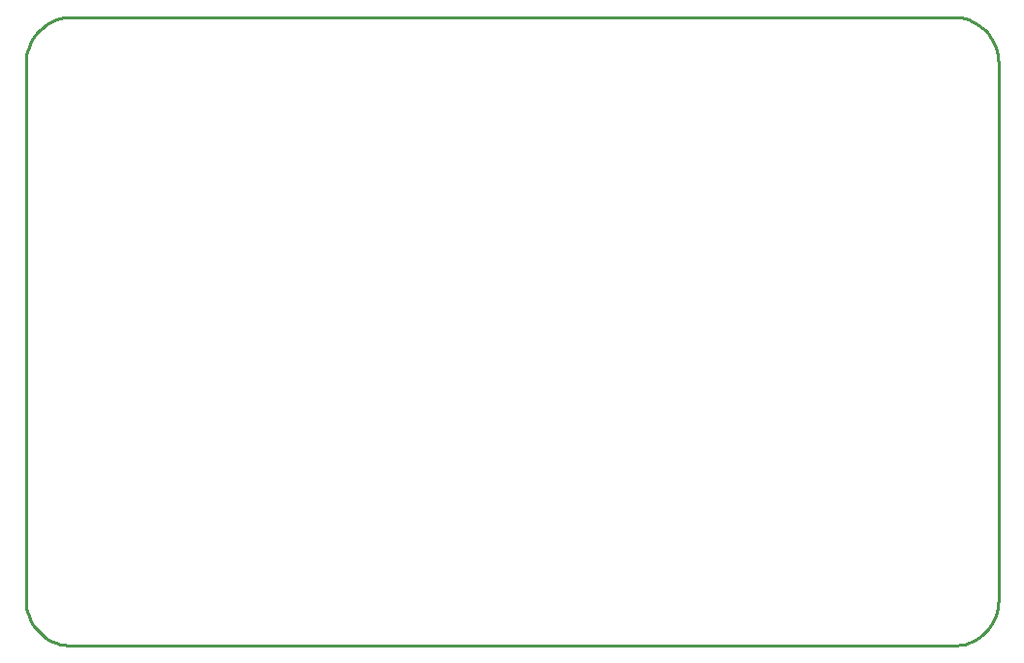
<source format=gbr>
G04 EAGLE Gerber RS-274X export*
G75*
%MOMM*%
%FSLAX34Y34*%
%LPD*%
%IN*%
%IPPOS*%
%AMOC8*
5,1,8,0,0,1.08239X$1,22.5*%
G01*
%ADD10C,0.254000*%


D10*
X0Y40000D02*
X152Y36514D01*
X608Y33054D01*
X1363Y29647D01*
X2412Y26319D01*
X3748Y23095D01*
X5359Y20000D01*
X7234Y17057D01*
X9358Y14289D01*
X11716Y11716D01*
X14289Y9358D01*
X17057Y7234D01*
X20000Y5359D01*
X23095Y3748D01*
X26319Y2412D01*
X29647Y1363D01*
X33054Y608D01*
X36514Y152D01*
X40000Y0D01*
X810000Y0D01*
X813486Y152D01*
X816946Y608D01*
X820353Y1363D01*
X823681Y2412D01*
X826905Y3748D01*
X830000Y5359D01*
X832943Y7234D01*
X835712Y9358D01*
X838284Y11716D01*
X840642Y14289D01*
X842766Y17057D01*
X844641Y20000D01*
X846252Y23095D01*
X847588Y26319D01*
X848637Y29647D01*
X849392Y33054D01*
X849848Y36514D01*
X850000Y40000D01*
X850000Y510000D01*
X849848Y513486D01*
X849392Y516946D01*
X848637Y520353D01*
X847588Y523681D01*
X846252Y526905D01*
X844641Y530000D01*
X842766Y532943D01*
X840642Y535712D01*
X838284Y538284D01*
X835712Y540642D01*
X832943Y542766D01*
X830000Y544641D01*
X826905Y546252D01*
X823681Y547588D01*
X820353Y548637D01*
X816946Y549392D01*
X813486Y549848D01*
X810000Y550000D01*
X40000Y550000D01*
X36514Y549848D01*
X33054Y549392D01*
X29647Y548637D01*
X26319Y547588D01*
X23095Y546252D01*
X20000Y544641D01*
X17057Y542766D01*
X14289Y540642D01*
X11716Y538284D01*
X9358Y535712D01*
X7234Y532943D01*
X5359Y530000D01*
X3748Y526905D01*
X2412Y523681D01*
X1363Y520353D01*
X608Y516946D01*
X152Y513486D01*
X0Y510000D01*
X0Y40000D01*
M02*

</source>
